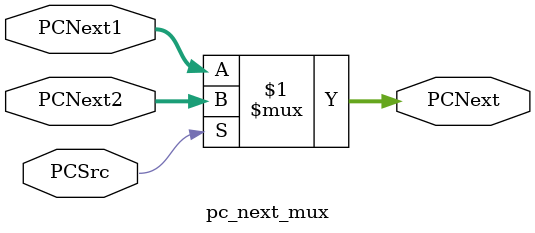
<source format=v>
module pc_next_mux (PCNext, PCSrc, PCNext1, PCNext2);
    output [31:0] PCNext;
    input         PCSrc;
    input  [31:0] PCNext1, PCNext2;

    assign PCNext = PCSrc ? PCNext2 : PCNext1;

endmodule // pc_next_mux

</source>
